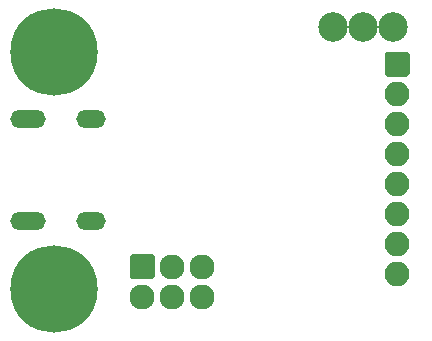
<source format=gbs>
G04 #@! TF.GenerationSoftware,KiCad,Pcbnew,5.1.10*
G04 #@! TF.CreationDate,2021-05-27T14:54:43+02:00*
G04 #@! TF.ProjectId,USB-PD-Breakout,5553422d-5044-42d4-9272-65616b6f7574,rev?*
G04 #@! TF.SameCoordinates,Original*
G04 #@! TF.FileFunction,Soldermask,Bot*
G04 #@! TF.FilePolarity,Negative*
%FSLAX46Y46*%
G04 Gerber Fmt 4.6, Leading zero omitted, Abs format (unit mm)*
G04 Created by KiCad (PCBNEW 5.1.10) date 2021-05-27 14:54:43*
%MOMM*%
%LPD*%
G01*
G04 APERTURE LIST*
%ADD10O,3.000000X1.500000*%
%ADD11O,2.500000X1.500000*%
%ADD12O,2.127200X2.127200*%
%ADD13C,7.400000*%
%ADD14C,1.000000*%
%ADD15O,2.100000X2.100000*%
%ADD16C,2.500000*%
G04 APERTURE END LIST*
D10*
X103370000Y-91920000D03*
X103370000Y-83280000D03*
D11*
X108730000Y-91920000D03*
X108730000Y-83280000D03*
G36*
G01*
X111966400Y-96668600D02*
X111966400Y-94941400D01*
G75*
G02*
X112166400Y-94741400I200000J0D01*
G01*
X113893600Y-94741400D01*
G75*
G02*
X114093600Y-94941400I0J-200000D01*
G01*
X114093600Y-96668600D01*
G75*
G02*
X113893600Y-96868600I-200000J0D01*
G01*
X112166400Y-96868600D01*
G75*
G02*
X111966400Y-96668600I0J200000D01*
G01*
G37*
D12*
X113030000Y-98345000D03*
X115570000Y-95805000D03*
X115570000Y-98345000D03*
X118110000Y-95805000D03*
X118110000Y-98345000D03*
D13*
X105600000Y-97710000D03*
D14*
X108225000Y-97710000D03*
X107456155Y-99566155D03*
X105600000Y-100335000D03*
X103743845Y-99566155D03*
X102975000Y-97710000D03*
X103743845Y-95853845D03*
X105600000Y-95085000D03*
X107456155Y-95853845D03*
D13*
X105600000Y-77600000D03*
D14*
X108225000Y-77600000D03*
X107456155Y-79456155D03*
X105600000Y-80225000D03*
X103743845Y-79456155D03*
X102975000Y-77600000D03*
X103743845Y-75743845D03*
X105600000Y-74975000D03*
X107456155Y-75743845D03*
D15*
X134620000Y-96440000D03*
X134620000Y-93900000D03*
X134620000Y-91360000D03*
X134620000Y-88820000D03*
X134620000Y-86280000D03*
X134620000Y-83740000D03*
X134620000Y-81200000D03*
G36*
G01*
X133570000Y-79510000D02*
X133570000Y-77810000D01*
G75*
G02*
X133770000Y-77610000I200000J0D01*
G01*
X135470000Y-77610000D01*
G75*
G02*
X135670000Y-77810000I0J-200000D01*
G01*
X135670000Y-79510000D01*
G75*
G02*
X135470000Y-79710000I-200000J0D01*
G01*
X133770000Y-79710000D01*
G75*
G02*
X133570000Y-79510000I0J200000D01*
G01*
G37*
D16*
X129159000Y-75501500D03*
X131699000Y-75501500D03*
X134239000Y-75501500D03*
M02*

</source>
